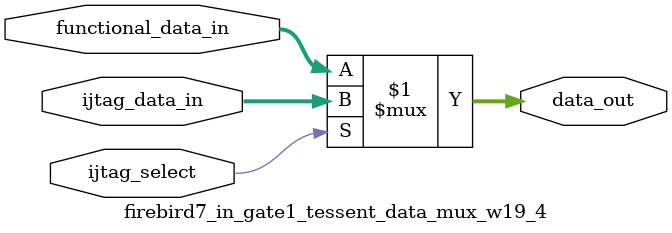
<source format=sv>

module firebird7_in_gate1_tessent_data_mux_w19_4 (
  input wire ijtag_select,
  input wire [18:0]  functional_data_in,
  input wire [18:0]  ijtag_data_in,
  output wire [18:0] data_out
);
assign data_out = (ijtag_select) ? ijtag_data_in : functional_data_in;
endmodule

</source>
